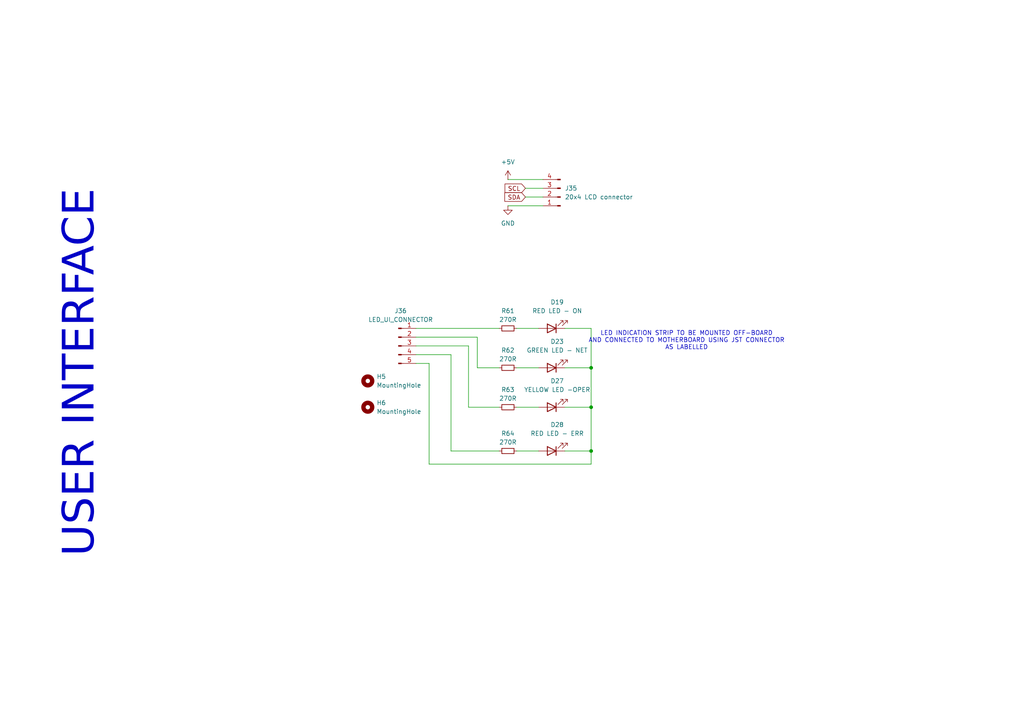
<source format=kicad_sch>
(kicad_sch (version 20250114) (generator "eeschema") (generator_version "9.0")
  (paper "A4")
  (lib_symbols
    (symbol "Connector:Conn_01x04_Pin" (pin_names (offset 1.016) (hide yes))
      (property "Reference" "J" (at 0 5.08 0))
      (property "Value" "Conn_01x04_Pin" (at 0 -7.62 0))
      (symbol "Conn_01x04_Pin_1_1"
        (rectangle (start 0.8636 2.667) (end 0 2.413) (stroke (width 0.1524)) (fill (type outline)))
        (rectangle (start 0.8636 0.127) (end 0 -0.127) (stroke (width 0.1524)) (fill (type outline)))
        (rectangle (start 0.8636 -2.413) (end 0 -2.667) (stroke (width 0.1524)) (fill (type outline)))
        (rectangle (start 0.8636 -4.953) (end 0 -5.207) (stroke (width 0.1524)) (fill (type outline)))
        (polyline (pts (xy 1.27 2.54) (xy 0.8636 2.54)) (stroke (width 0.1524)))
        (polyline (pts (xy 1.27 0) (xy 0.8636 0)) (stroke (width 0.1524)))
        (polyline (pts (xy 1.27 -2.54) (xy 0.8636 -2.54)) (stroke (width 0.1524)))
        (polyline (pts (xy 1.27 -5.08) (xy 0.8636 -5.08)) (stroke (width 0.1524)))
        (pin passive line (at 5.08 2.54 180) (length 3.81) (name "Pin_1") (number "1"))
        (pin passive line (at 5.08 0 180) (length 3.81) (name "Pin_2") (number "2"))
        (pin passive line (at 5.08 -2.54 180) (length 3.81) (name "Pin_3") (number "3"))
        (pin passive line (at 5.08 -5.08 180) (length 3.81) (name "Pin_4") (number "4"))
      )
    )
    (symbol "Connector:Conn_01x05_Pin" (pin_names (offset 1.016) (hide yes))
      (property "Reference" "J" (at 0 7.62 0))
      (property "Value" "Conn_01x05_Pin" (at 0 -7.62 0))
      (symbol "Conn_01x05_Pin_1_1"
        (rectangle (start 0.8636 5.207) (end 0 4.953) (stroke (width 0.1524)) (fill (type outline)))
        (rectangle (start 0.8636 2.667) (end 0 2.413) (stroke (width 0.1524)) (fill (type outline)))
        (rectangle (start 0.8636 0.127) (end 0 -0.127) (stroke (width 0.1524)) (fill (type outline)))
        (rectangle (start 0.8636 -2.413) (end 0 -2.667) (stroke (width 0.1524)) (fill (type outline)))
        (rectangle (start 0.8636 -4.953) (end 0 -5.207) (stroke (width 0.1524)) (fill (type outline)))
        (polyline (pts (xy 1.27 5.08) (xy 0.8636 5.08)) (stroke (width 0.1524)))
        (polyline (pts (xy 1.27 2.54) (xy 0.8636 2.54)) (stroke (width 0.1524)))
        (polyline (pts (xy 1.27 0) (xy 0.8636 0)) (stroke (width 0.1524)))
        (polyline (pts (xy 1.27 -2.54) (xy 0.8636 -2.54)) (stroke (width 0.1524)))
        (polyline (pts (xy 1.27 -5.08) (xy 0.8636 -5.08)) (stroke (width 0.1524)))
        (pin passive line (at 5.08 5.08 180) (length 3.81) (name "Pin_1") (number "1"))
        (pin passive line (at 5.08 2.54 180) (length 3.81) (name "Pin_2") (number "2"))
        (pin passive line (at 5.08 0 180) (length 3.81) (name "Pin_3") (number "3"))
        (pin passive line (at 5.08 -2.54 180) (length 3.81) (name "Pin_4") (number "4"))
        (pin passive line (at 5.08 -5.08 180) (length 3.81) (name "Pin_5") (number "5"))
      )
    )
    (symbol "Device:LED" (pin_numbers (hide yes)) (pin_names (offset 1.016) (hide yes))
      (property "Reference" "D" (at 0 2.54 0))
      (property "Value" "LED" (at 0 -2.54 0))
      (symbol "LED_0_1"
        (polyline (pts (xy -3.048 -0.762) (xy -4.572 -2.286) (xy -3.81 -2.286) (xy -4.572 -2.286) (xy -4.572 -1.524)))
        (polyline (pts (xy -1.778 -0.762) (xy -3.302 -2.286) (xy -2.54 -2.286) (xy -3.302 -2.286) (xy -3.302 -1.524)))
        (polyline (pts (xy -1.27 0) (xy 1.27 0)))
        (polyline (pts (xy -1.27 -1.27) (xy -1.27 1.27)) (stroke (width 0.254)))
        (polyline (pts (xy 1.27 -1.27) (xy 1.27 1.27) (xy -1.27 0) (xy 1.27 -1.27)) (stroke (width 0.254)))
      )
      (symbol "LED_1_1"
        (pin passive line (at -3.81 0 0) (length 2.54) (name "K") (number "1"))
        (pin passive line (at 3.81 0 180) (length 2.54) (name "A") (number "2"))
      )
    )
    (symbol "Device:R_Small" (pin_numbers (hide yes)) (pin_names (offset 0.254) (hide yes))
      (property "Reference" "R" (at 0.762 0.508 0))
      (property "Value" "R_Small" (at 0.762 -1.016 0))
      (symbol "R_Small_0_1"
        (rectangle (start -0.762 1.778) (end 0.762 -1.778) (stroke (width 0.2032)))
      )
      (symbol "R_Small_1_1"
        (pin passive line (at 0 2.54 270) (length 0.762) (name "~") (number "1"))
        (pin passive line (at 0 -2.54 90) (length 0.762) (name "~") (number "2"))
      )
    )
    (symbol "Mechanical:MountingHole" (pin_names (offset 1.016)) (exclude_from_sim yes) (in_bom no)
      (property "Reference" "H" (at 0 5.08 0))
      (property "Value" "MountingHole" (at 0 3.175 0))
      (symbol "MountingHole_0_1"
        (circle (center 0 0) (radius 1.27) (stroke (width 1.27)))
      )
    )
    (symbol "power:+5V" (power) (pin_numbers (hide yes)) (pin_names (offset 0) (hide yes))
      (property "Value" "+5V" (at 0 3.556 0))
      (symbol "+5V_0_1"
        (polyline (pts (xy -0.762 1.27) (xy 0 2.54)))
        (polyline (pts (xy 0 2.54) (xy 0.762 1.27)))
        (polyline (pts (xy 0 0) (xy 0 2.54)))
      )
      (symbol "+5V_1_1"
        (pin power_in line (at 0 0 90) (length 0) (name "~") (number "1"))
      )
    )
    (symbol "power:GND" (power) (pin_numbers (hide yes)) (pin_names (offset 0) (hide yes))
      (property "Value" "GND" (at 0 -3.81 0))
      (symbol "GND_0_1"
        (polyline (pts (xy 0 0) (xy 0 -1.27) (xy 1.27 -1.27) (xy 0 -2.54) (xy -1.27 -1.27) (xy 0 -1.27)))
      )
      (symbol "GND_1_1"
        (pin power_in line (at 0 0 270) (length 0) (name "~") (number "1"))
      )
    )
  )
  (text "LED INDICATION STRIP TO BE MOUNTED OFF-BOARD\nAND CONNECTED TO MOTHERBOARD USING JST CONNECTOR\nAS LABELLED\n" (at 199.136 98.806 0) (effects (font (size 1.27 1.27))))
  (text "USER INTERFACE\n" (at 25.654 108.204 90) (effects (font (size 9 9))))
  (junction (at 171.45 130.81))
  (junction (at 171.45 118.11))
  (junction (at 171.45 106.68))
  (wire (pts (xy 171.45 134.62) (xy 124.46 134.62)))
  (wire (pts (xy 147.32 59.69) (xy 157.48 59.69)))
  (wire (pts (xy 149.86 118.11) (xy 156.21 118.11)))
  (wire (pts (xy 149.86 106.68) (xy 156.21 106.68)))
  (wire (pts (xy 163.83 118.11) (xy 171.45 118.11)))
  (wire (pts (xy 147.32 52.07) (xy 157.48 52.07)))
  (wire (pts (xy 138.43 97.79) (xy 120.65 97.79)))
  (wire (pts (xy 120.65 95.25) (xy 144.78 95.25)))
  (wire (pts (xy 171.45 118.11) (xy 171.45 130.81)))
  (wire (pts (xy 138.43 106.68) (xy 138.43 97.79)))
  (wire (pts (xy 152.4 57.15) (xy 157.48 57.15)))
  (wire (pts (xy 163.83 106.68) (xy 171.45 106.68)))
  (wire (pts (xy 149.86 95.25) (xy 156.21 95.25)))
  (wire (pts (xy 171.45 106.68) (xy 171.45 118.11)))
  (wire (pts (xy 144.78 106.68) (xy 138.43 106.68)))
  (wire (pts (xy 124.46 105.41) (xy 120.65 105.41)))
  (wire (pts (xy 144.78 118.11) (xy 135.89 118.11)))
  (wire (pts (xy 130.81 102.87) (xy 120.65 102.87)))
  (wire (pts (xy 171.45 130.81) (xy 163.83 130.81)))
  (wire (pts (xy 124.46 134.62) (xy 124.46 105.41)))
  (wire (pts (xy 152.4 54.61) (xy 157.48 54.61)))
  (wire (pts (xy 135.89 100.33) (xy 120.65 100.33)))
  (wire (pts (xy 163.83 95.25) (xy 171.45 95.25)))
  (wire (pts (xy 130.81 130.81) (xy 130.81 102.87)))
  (wire (pts (xy 171.45 95.25) (xy 171.45 106.68)))
  (wire (pts (xy 149.86 130.81) (xy 156.21 130.81)))
  (wire (pts (xy 171.45 134.62) (xy 171.45 130.81)))
  (wire (pts (xy 135.89 118.11) (xy 135.89 100.33)))
  (wire (pts (xy 144.78 130.81) (xy 130.81 130.81)))
  (global_label "SCL" (shape input) (at 152.4 54.61 180) (property "Intersheetrefs" "${INTERSHEET_REFS}" (effects (hide yes))))
  (global_label "SDA" (shape input) (at 152.4 57.15 180) (property "Intersheetrefs" "${INTERSHEET_REFS}" (effects (hide yes))))
  (symbol (lib_id "Connector:Conn_01x04_Pin") (at 162.56 57.15 180) (unit 1)
    (property "Reference" "J35" (at 163.83 54.61 0) (effects (justify right)))
    (property "Value" "20x4 LCD connector" (at 163.83 57.15 0) (effects (justify right)))
    (property "Footprint" "Connector_JST:JST_EH_B4B-EH-A_1x04_P2.50mm_Vertical" (effects (hide yes)))
    (property "Description" "Generic connector, single row, 01x04, script generated" (effects (hide yes)))
    (property "LCSC Part#" "C19271397" (effects (hide yes)))
  )
  (symbol (lib_id "Device:R_Small") (at 147.32 95.25 90) (unit 1)
    (property "Reference" "R61" (at 147.32 90.17 90))
    (property "Value" "270R" (at 147.32 92.71 90))
    (property "Footprint" "Resistor_SMD:R_0805_2012Metric" (effects (hide yes)))
    (property "Description" "Resistor, small symbol" (effects (hide yes)))
    (property "LCSC Part#" "C137558" (effects (hide yes)))
  )
  (symbol (lib_id "Device:R_Small") (at 147.32 130.81 90) (unit 1)
    (property "Reference" "R64" (at 147.32 125.73 90))
    (property "Value" "270R" (at 147.32 128.27 90))
    (property "Footprint" "Resistor_SMD:R_0805_2012Metric" (effects (hide yes)))
    (property "Description" "Resistor, small symbol" (effects (hide yes)))
    (property "LCSC Part#" "C137558" (effects (hide yes)))
  )
  (symbol (lib_id "power:GND") (at 147.32 59.69 0) (unit 1)
    (property "Reference" "#PWR0189" (effects (hide yes)))
    (property "Value" "GND" (at 147.32 64.77 0))
    (property "Description" "Power symbol creates a global label with name \"GND\" , ground" (effects (hide yes)))
  )
  (symbol (lib_id "Device:R_Small") (at 147.32 106.68 90) (unit 1)
    (property "Reference" "R62" (at 147.32 101.6 90))
    (property "Value" "270R" (at 147.32 104.14 90))
    (property "Footprint" "Resistor_SMD:R_0805_2012Metric" (effects (hide yes)))
    (property "Description" "Resistor, small symbol" (effects (hide yes)))
    (property "LCSC Part#" "C137558" (effects (hide yes)))
  )
  (symbol (lib_id "Device:R_Small") (at 147.32 118.11 90) (unit 1)
    (property "Reference" "R63" (at 147.32 113.03 90))
    (property "Value" "270R" (at 147.32 115.57 90))
    (property "Footprint" "Resistor_SMD:R_0805_2012Metric" (effects (hide yes)))
    (property "Description" "Resistor, small symbol" (effects (hide yes)))
    (property "LCSC Part#" "C137558" (effects (hide yes)))
  )
  (symbol (lib_id "Device:LED") (at 160.02 95.25 180) (unit 1)
    (property "Reference" "D19" (at 161.6075 87.63 0))
    (property "Value" "RED LED - ON" (at 161.6075 90.17 0))
    (property "Footprint" "LED_THT:LED_D3.0mm" (effects (hide yes)))
    (property "Description" "Light emitting diode" (effects (hide yes)))
    (property "LCSC Part#" "C7435538" (effects (hide yes)))
  )
  (symbol (lib_id "Device:LED") (at 160.02 106.68 180) (unit 1)
    (property "Reference" "D23" (at 161.6075 99.06 0))
    (property "Value" "GREEN LED - NET" (at 161.6075 101.6 0))
    (property "Footprint" "LED_THT:LED_D3.0mm" (effects (hide yes)))
    (property "Description" "Light emitting diode" (effects (hide yes)))
    (property "LCSC Part#" "C7435543" (effects (hide yes)))
  )
  (symbol (lib_id "Device:LED") (at 160.02 118.11 180) (unit 1)
    (property "Reference" "D27" (at 161.6075 110.49 0))
    (property "Value" "YELLOW LED -OPER" (at 161.6075 113.03 0))
    (property "Footprint" "LED_THT:LED_D3.0mm" (effects (hide yes)))
    (property "Description" "Light emitting diode" (effects (hide yes)))
    (property "LCSC Part#" "C7435546" (effects (hide yes)))
  )
  (symbol (lib_id "Device:LED") (at 160.02 130.81 180) (unit 1)
    (property "Reference" "D28" (at 161.6075 123.19 0))
    (property "Value" "RED LED - ERR" (at 161.6075 125.73 0))
    (property "Footprint" "LED_THT:LED_D3.0mm" (effects (hide yes)))
    (property "Description" "Light emitting diode" (effects (hide yes)))
    (property "LCSC Part#" "C7435538" (effects (hide yes)))
  )
  (symbol (lib_id "Connector:Conn_01x05_Pin") (at 115.57 100.33 0) (unit 1)
    (property "Reference" "J36" (at 116.205 90.17 0))
    (property "Value" "LED_UI_CONNECTOR" (at 116.205 92.71 0))
    (property "Footprint" "Connector_JST:JST_EH_S5B-EH_1x05_P2.50mm_Horizontal" (effects (hide yes)))
    (property "Description" "Generic connector, single row, 01x05, script generated" (effects (hide yes)))
    (property "LCSC Part#" "C19271389" (effects (hide yes)))
  )
  (symbol (lib_id "Mechanical:MountingHole") (at 106.68 118.11 0) (unit 1) (exclude_from_sim yes) (in_bom no)
    (property "Reference" "H6" (at 109.22 116.84 0) (effects (justify left)))
    (property "Value" "MountingHole" (at 109.22 119.38 0) (effects (justify left)))
    (property "Footprint" "MountingHole:MountingHole_3.2mm_M3" (effects (hide yes)))
    (property "Description" "Mounting Hole without connection" (effects (hide yes)))
  )
  (symbol (lib_id "power:+5V") (at 147.32 52.07 0) (unit 1)
    (property "Reference" "#PWR0190" (effects (hide yes)))
    (property "Value" "+5V" (at 147.32 46.99 0))
    (property "Description" "Power symbol creates a global label with name \"+5V\"" (effects (hide yes)))
  )
  (symbol (lib_id "Mechanical:MountingHole") (at 106.68 110.49 0) (unit 1) (exclude_from_sim yes) (in_bom no)
    (property "Reference" "H5" (at 109.22 109.22 0) (effects (justify left)))
    (property "Value" "MountingHole" (at 109.22 111.76 0) (effects (justify left)))
    (property "Footprint" "MountingHole:MountingHole_3.2mm_M3" (effects (hide yes)))
    (property "Description" "Mounting Hole without connection" (effects (hide yes)))
  )
)
</source>
